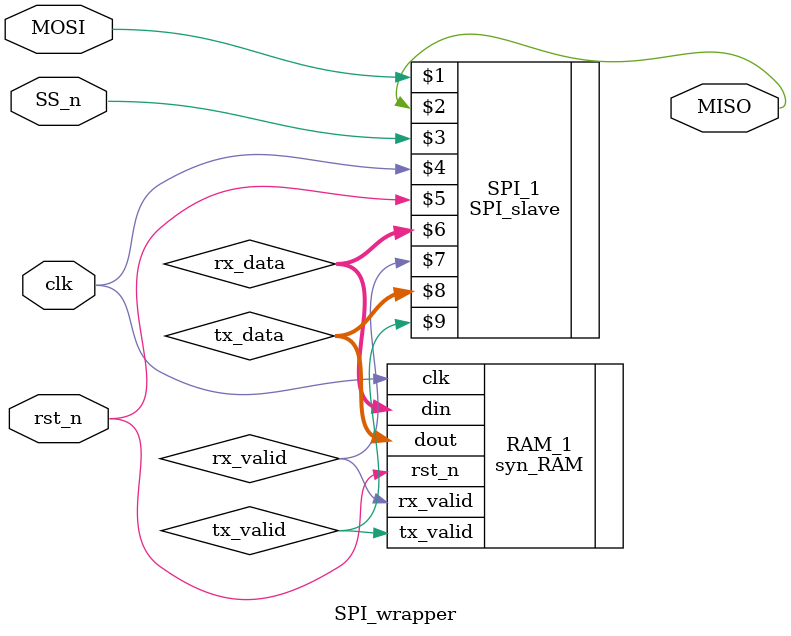
<source format=v>
module SPI_wrapper (MOSI,MISO,SS_n,clk,rst_n);

    input MOSI,SS_n,clk,rst_n;
    output MISO;

    wire [9:0]rx_data;
    wire [7:0]tx_data;
    wire rx_valid,tx_valid;

    syn_RAM RAM_1 (.din(rx_data),.rx_valid(rx_valid),.tx_valid(tx_valid),.clk(clk),.rst_n(rst_n),.dout(tx_data));
    SPI_slave SPI_1 (MOSI , MISO , SS_n , clk , rst_n , rx_data , rx_valid , tx_data , tx_valid );

endmodule


</source>
